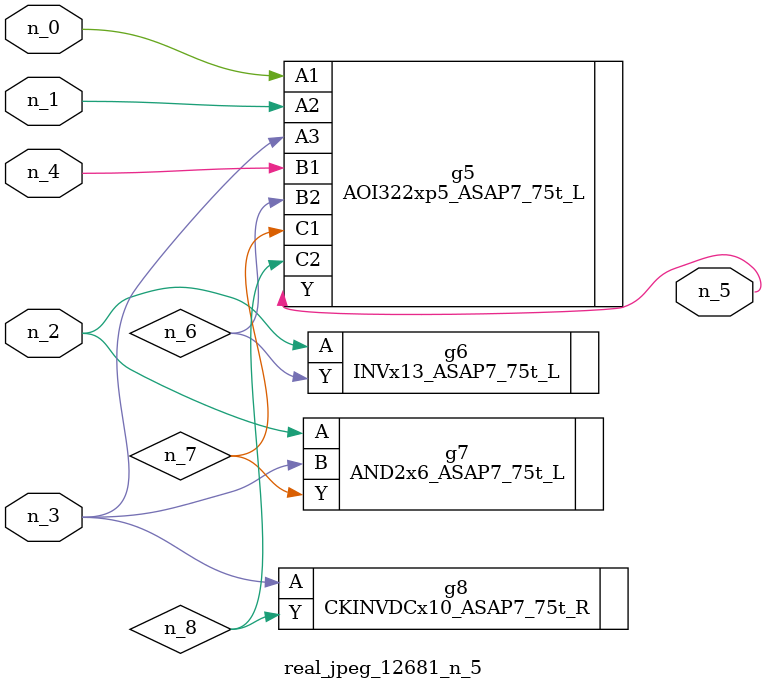
<source format=v>
module real_jpeg_12681_n_5 (n_4, n_0, n_1, n_2, n_3, n_5);

input n_4;
input n_0;
input n_1;
input n_2;
input n_3;

output n_5;

wire n_8;
wire n_6;
wire n_7;

AOI322xp5_ASAP7_75t_L g5 ( 
.A1(n_0),
.A2(n_1),
.A3(n_3),
.B1(n_4),
.B2(n_6),
.C1(n_7),
.C2(n_8),
.Y(n_5)
);

INVx13_ASAP7_75t_L g6 ( 
.A(n_2),
.Y(n_6)
);

AND2x6_ASAP7_75t_L g7 ( 
.A(n_2),
.B(n_3),
.Y(n_7)
);

CKINVDCx10_ASAP7_75t_R g8 ( 
.A(n_3),
.Y(n_8)
);


endmodule
</source>
